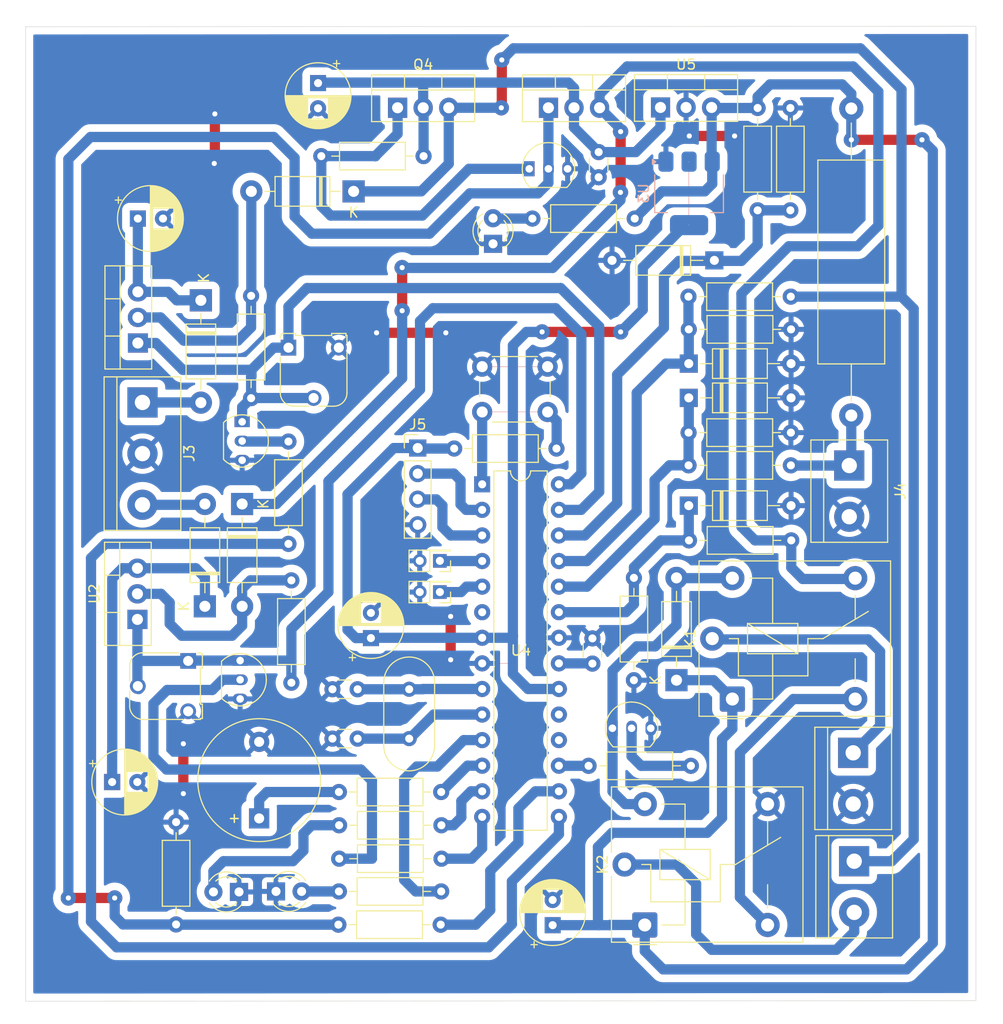
<source format=kicad_pcb>
(kicad_pcb (version 20240108) (generator "pcbnew") (generator_version "8.0")
  (layers (0 "F.Cu" signal) (31 "B.Cu" signal) (34 "B.Paste" user) (35 "F.Paste" user) (36 "B.SilkS" user "B.Silkscreen") (37 "F.SilkS" user "F.Silkscreen") (38 "B.Mask" user) (39 "F.Mask" user) (44 "Edge.Cuts" user))
  (net 0 "")
  (net 1 "Net-(BZ1-+)")
  (net 2 "GND")
  (net 3 "Net-(D1-K)")
  (net 4 "Net-(D3-K)")
  (net 5 "Net-(Q4-D)")
  (net 6 "+5V")
  (net 7 "Net-(U4-AREF)")
  (net 8 "Net-(U4-XTAL1{slash}PB6)")
  (net 9 "Net-(U4-XTAL2{slash}PB7)")
  (net 10 "Net-(D12-A)")
  (net 11 "Net-(D1-A)")
  (net 12 "Net-(D2-A)")
  (net 13 "+BATT 1")
  (net 14 "Net-(D3-A)")
  (net 15 "Net-(D4-A)")
  (net 16 "+BATT 2")
  (net 17 "+12V")
  (net 18 "Net-(D5-A)")
  (net 19 "/battery1_volt")
  (net 20 "/battery2_volt")
  (net 21 "Net-(D8-A)")
  (net 22 "/out_volt")
  (net 23 "Net-(D10-A)")
  (net 24 "/output_volt")
  (net 25 "Net-(J1-Pin_1)")
  (net 26 "Net-(J2-Pin_2)")
  (net 27 "/Rx")
  (net 28 "/Tx")
  (net 29 "Net-(K1-Pad14)")
  (net 30 "Net-(Q1-B)")
  (net 31 "/source1_volt")
  (net 32 "Net-(Q2-B)")
  (net 33 "/source2_volt")
  (net 34 "Net-(Q3-B)")
  (net 35 "Net-(Q4-G)")
  (net 36 "Net-(Q5-B)")
  (net 37 "/charge1")
  (net 38 "/charge2")
  (net 39 "/battery_conn")
  (net 40 "/selector")
  (net 41 "Net-(SW1A-C)")
  (net 42 "Net-(U4-PD6)")
  (net 43 "Net-(U4-PD7)")
  (net 44 "Net-(U4-PD2)")
  (net 45 "Net-(U4-PD3)")
  (net 49 "Net-(J4-Pin_1)")
  (net 50 "Net-(U4-PD5)")
  (footprint "Package_TO_SOT_THT:TO-92_Inline" (layer "F.Cu") (at 165.6 117.9)
    (property "Reference" "Q3" (hide yes))
    (property "Value" "BC547")
  )
  (footprint "Connector_PinHeader_2.00mm:PinHeader_2x01_P2.00mm_Vertical" (layer "F.Cu") (at 147.83 101.28 180)
    (property "Reference" "SW2" (hide yes))
    (property "Value" "SW_Push" (hide yes))
  )
  (footprint "Resistor_THT:R_Axial_DIN0207_L6.3mm_D2.5mm_P10.16mm_Horizontal" (layer "F.Cu") (at 182.64 66.48 90)
    (property "Reference" "R4" (hide yes))
    (property "Value" "6.8M")
  )
  (footprint "Button_Switch_THT:SW_PUSH_6mm_H4.3mm" (layer "F.Cu") (at 158.53 86.5 180)
    (property "Reference" "SW1" (hide yes))
    (property "Value" "Reset")
  )
  (footprint "Resistor_THT:R_Axial_DIN0207_L6.3mm_D2.5mm_P10.16mm_Horizontal" (layer "F.Cu") (at 133.08 103.22 -90)
    (property "Reference" "R5" (hide yes))
    (property "Value" "10k")
  )
  (footprint "Resistor_THT:R_Axial_DIN0207_L6.3mm_D2.5mm_P10.16mm_Horizontal" (layer "F.Cu") (at 121.63 137.38 90)
    (property "Reference" "R14" (hide yes))
    (property "Value" "10k")
  )
  (footprint "Capacitor_THT:CP_Radial_D6.3mm_P2.50mm" (layer "F.Cu") (at 140.98 108.95 90)
    (property "Reference" "C4" (hide yes))
    (property "Value" "10uF")
  )
  (footprint "Resistor_THT:R_Axial_DIN0207_L6.3mm_D2.5mm_P10.16mm_Horizontal" (layer "F.Cu") (at 167.18 67.3 180)
    (property "Reference" "R15" (hide yes))
    (property "Value" "1k")
  )
  (footprint "Potentiometer_THT:Potentiometer_Runtron_RM-065_Vertical" (layer "F.Cu") (at 122.83 111.215 -90)
    (property "Reference" "RV2" (hide yes))
    (property "Value" "10k")
  )
  (footprint "Resistor_THT:R_Axial_DIN0207_L6.3mm_D2.5mm_P10.16mm_Horizontal" (layer "F.Cu") (at 182.69 91.8 180)
    (property "Reference" "R19" (hide yes))
    (property "Value" "10M")
  )
  (footprint "Buzzer_Beeper:Buzzer_12x9.5RM7.6" (layer "F.Cu") (at 129.88 126.85 90)
    (property "Reference" "BZ1" (hide yes))
    (property "Value" "Buzzer")
  )
  (footprint "Potentiometer_THT:Potentiometer_Runtron_RM-065_Vertical" (layer "F.Cu") (at 132.79 80.115)
    (property "Reference" "RV1" (hide yes))
    (property "Value" "10k")
  )
  (footprint "Connector_PinHeader_2.00mm:PinHeader_2x01_P2.00mm_Vertical" (layer "F.Cu") (at 147.83 104.38 180)
    (property "Reference" "SW3" (hide yes))
    (property "Value" "SW_Push" (hide yes))
  )
  (footprint "Crystal:Crystal_HC18-U_Vertical" (layer "F.Cu") (at 144.78 118.93 90)
    (property "Reference" "Y1" (hide yes))
    (property "Value" "16MHz")
  )
  (footprint "Resistor_THT:R_Axial_DIN0207_L6.3mm_D2.5mm_P10.16mm_Horizontal" (layer "F.Cu") (at 147.91 137.4 180)
    (property "Reference" "R13" (hide yes))
    (property "Value" "100")
  )
  (footprint "Resistor_THT:R_Axial_DIN0207_L6.3mm_D2.5mm_P10.16mm_Horizontal" (layer "F.Cu") (at 159.41 90.13 180)
    (property "Reference" "R16" (hide yes))
    (property "Value" "10k")
  )
  (footprint "Resistor_THT:R_Axial_DIN0207_L6.3mm_D2.5mm_P10.16mm_Horizontal" (layer "F.Cu") (at 129.08 74.97 -90)
    (property "Reference" "R1" (hide yes))
    (property "Value" "10k")
  )
  (footprint "Package_TO_SOT_THT:TO-220-3_Vertical" (layer "F.Cu") (at 143.63 56.3)
    (property "Reference" "Q4")
    (property "Value" "IRF9540N")
  )
  (footprint "Diode_THT:D_A-405_P10.16mm_Horizontal" (layer "F.Cu") (at 172.55 85.1)
    (property "Reference" "D11" (hide yes))
    (property "Value" "1N4733A")
  )
  (footprint "Resistor_THT:R_Axial_DIN0207_L6.3mm_D2.5mm_P10.16mm_Horizontal" (layer "F.Cu") (at 172.53 88.55)
    (property "Reference" "R20" (hide yes))
    (property "Value" "6.8M")
  )
  (footprint "Diode_THT:D_A-405_P10.16mm_Horizontal" (layer "F.Cu") (at 172.55 81.7)
    (property "Reference" "D6" (hide yes))
    (property "Value" "1N4733A")
  )
  (footprint "Diode_THT:D_DO-41_SOD81_P10.16mm_Horizontal" (layer "F.Cu") (at 171.33 113.13 90)
    (property "Reference" "D5" (hide yes))
    (property "Value" "1N4001")
  )
  (footprint "Capacitor_THT:CP_Radial_D6.3mm_P2.50mm" (layer "F.Cu") (at 117.83 67.3)
    (property "Reference" "C1" (hide yes))
    (property "Value" "220uF")
  )
  (footprint "Diode_THT:D_A-405_P10.16mm_Horizontal" (layer "F.Cu") (at 175.09 71.45 180)
    (property "Reference" "D9" (hide yes))
    (property "Value" "1N4733A")
  )
  (footprint "Resistor_THT:R_Axial_DIN0207_L6.3mm_D2.5mm_P10.16mm_Horizontal" (layer "F.Cu") (at 172.55 78.3)
    (property "Reference" "R9" (hide yes))
    (property "Value" "5M")
  )
  (footprint "LED_THT:LED_D3.0mm_Clear" (layer "F.Cu") (at 127.88 134.15 180)
    (property "Reference" "D10" (hide yes))
    (property "Value" "Green")
  )
  (footprint "Diode_THT:D_A-405_P10.16mm_Horizontal" (layer "F.Cu") (at 172.55 95.8)
    (property "Reference" "D7" (hide yes))
    (property "Value" "1N4733A")
  )
  (footprint "Diode_THT:D_DO-41_SOD81_P10.16mm_Horizontal" (layer "F.Cu") (at 139.26 64.6 180)
    (property "Reference" "D2" (hide yes))
    (property "Value" "1N4001")
  )
  (footprint "TerminalBlock:TerminalBlock_bornier-2_P5.08mm" (layer "F.Cu") (at 188.49 91.82 -90)
    (property "Reference" "J4")
    (property "Value" "OUTPUT")
  )
  (footprint "Capacitor_THT:C_Disc_D3.0mm_W1.6mm_P2.50mm" (layer "F.Cu") (at 139.66 118.93 180)
    (property "Reference" "C8" (hide yes))
    (property "Value" "22pF")
  )
  (footprint "Resistor_THT:R_Axial_Power_L20.0mm_W6.4mm_P30.48mm" (layer "F.Cu") (at 188.69 56.37 -90)
    (property "Reference" "R21" (hide yes))
    (property "Value" "1")
  )
  (footprint "LED_THT:LED_D3.0mm_Clear" (layer "F.Cu") (at 131.555 134.1)
    (property "Reference" "D12" (hide yes))
    (property "Value" "Blue")
  )
  (footprint "Package_TO_SOT_THT:TO-92_Inline" (layer "F.Cu") (at 157.34 62.36)
    (property "Reference" "Q5" (hide yes))
    (property "Value" "BC547")
  )
  (footprint "Resistor_THT:R_Axial_DIN0207_L6.3mm_D2.5mm_P10.16mm_Horizontal" (layer "F.Cu") (at 147.98 127.53 180)
    (property "Reference" "R18" (hide yes))
    (property "Value" "220")
  )
  (footprint "Diode_THT:D_DO-41_SOD81_P10.16mm_Horizontal" (layer "F.Cu") (at 124.09 75.415 -90)
    (property "Reference" "D1" (hide yes))
    (property "Value" "1N4001")
  )
  (footprint "Resistor_THT:R_Axial_DIN0207_L6.3mm_D2.5mm_P10.16mm_Horizontal" (layer "F.Cu") (at 172.76 121.63 180)
    (property "Reference" "R7" (hide yes))
    (property "Value" "13k")
  )
  (footprint "Package_TO_SOT_THT:TO-220-3_Vertical" (layer "F.Cu") (at 117.79 107.095 90)
    (property "Reference" "U2")
    (property "Value" "LM317_TO-220")
  )
  (footprint "Package_TO_SOT_THT:TO-92_Inline" (layer "F.Cu") (at 128.19 88.115 -90)
    (property "Reference" "Q1" (hide yes))
    (property "Value" "BC547")
  )
  (footprint "Package_TO_SOT_THT:TO-220-3_Vertical" (layer "F.Cu") (at 117.835 79.655 90)
    (property "Reference" "U1" (hide yes))
    (property "Value" "LM317_TO-220")
  )
  (footprint "Package_TO_SOT_THT:TO-220-3_Vertical" (layer "F.Cu") (at 158.61 56.3)
    (property "Reference" "Q6" (hide yes))
    (property "Value" "IRF9540N")
  )
  (footprint "Resistor_THT:R_Axial_DIN0207_L6.3mm_D2.5mm_P10.16mm_Horizontal" (layer "F.Cu") (at 179.39 56.32 -90)
    (property "Reference" "R2" (hide yes))
    (property "Value" "10M")
  )
  (footprint "Capacitor_THT:CP_Radial_D6.3mm_P2.50mm" (layer "F.Cu") (at 135.73 53.85 -90)
    (property "Reference" "C3" (hide yes))
    (property "Value" "2200uF")
  )
  (footprint "Resistor_THT:R_Axial_DIN0207_L6.3mm_D2.5mm_P10.16mm_Horizontal" (layer "F.Cu") (at 182.68 75.05 180)
    (property "Reference" "R8" (hide yes))
    (property "Value" "10M")
  )
  (footprint "Package_TO_SOT_THT:TO-92_Inline" (layer "F.Cu") (at 127.99 111.815 -90)
    (property "Reference" "Q2" (hide yes))
    (property "Value" "BC547")
  )
  (footprint "Capacitor_THT:C_Disc_D3.0mm_W1.6mm_P2.50mm" (layer "F.Cu") (at 162.98 111.48 90)
    (property "Reference" "C6" (hide yes))
    (property "Value" "100nF")
  )
  (footprint "Package_TO_SOT_THT:TO-220-3_Vertical" (layer "F.Cu") (at 169.74 56.27)
    (property "Reference" "U5")
    (property "Value" "LM7812")
  )
  (footprint "Relay_THT:Relay_SPDT_Finder_36.11" (layer "F.Cu") (at 176.88 115 90)
    (property "Reference" "K1")
    (property "Value" "Relay")
  )
  (footprint "Diode_THT:D_DO-41_SOD81_P10.16mm_Horizontal" (layer "F.Cu") (at 124.49 105.795 90)
    (property "Reference" "D3" (hide yes))
    (property "Value" "1N4001")
  )
  (footprint "Capacitor_THT:CP_Radial_D6.3mm_P2.50mm" (layer "F.Cu") (at 159.03 137.45 90)
    (property "Reference" "C9" (hide yes))
    (property "Value" "100uF")
  )
  (footprint "Resistor_THT:R_Axial_DIN0207_L6.3mm_D2.5mm_P10.16mm_Horizontal" (layer "F.Cu") (at 137.83 130.85)
    (property "Reference" "R6" (hide yes))
    (property "Value" "4.3M")
  )
  (footprint "TerminalBlock:TerminalBlock_bornier-3_P5.08mm" (layer "F.Cu") (at 118.29 85.555 -90)
    (property "Reference" "J3")
    (property "Value" "Sources")
  )
  (footprint "Resistor_THT:R_Axial_DIN0207_L6.3mm_D2.5mm_P10.16mm_Horizontal" (layer "F.Cu") (at 132.79 89.435 -90)
    (property "Reference" "R3" (hide yes))
    (property "Value" "4.3M")
  )
  (footprint "Capacitor_THT:C_Disc_D3.0mm_W1.6mm_P2.50mm" (layer "F.Cu") (at 139.66 114.03 180)
    (property "Reference" "C7" (hide yes))
    (property "Value" "22pF")
  )
  (footprint "Relay_THT:Relay_SPDT_Finder_36.11" (layer "F.Cu") (at 168.18 137.43 90)
    (property "Reference" "K2")
    (property "Value" "Relay")
  )
  (footprint "Capacitor_THT:CP_Radial_D6.3mm_P2.50mm" (layer "F.Cu") (at 115.277621 123.24)
    (property "Reference" "C2" (hide yes))
    (property "Value" "220uF")
  )
  (footprint "Connector_PinHeader_2.54mm:PinHeader_1x04_P2.54mm_Vertical" (layer "F.Cu") (at 145.63 90.08)
    (property "Reference" "J5")
    (property "Value" "Programmer")
  )
  (footprint "LED_THT:LED_D3.0mm_Clear" (layer "F.Cu") (at 153.11 69.805 90)
    (property "Reference" "D8" (hide yes))
    (property "Value" "Red")
  )
  (footprint "Resistor_THT:R_Axial_DIN0207_L6.3mm_D2.5mm_P10.16mm_Horizontal" (layer "F.Cu") (at 167.1 102.97 -90)
    (property "Reference" "R11" (hide yes))
    (property "Value" "5M")
  )
  (footprint "Diode_THT:D_DO-41_SOD81_P10.16mm_Horizontal" (layer "F.Cu") (at 128.19 95.635 -90)
    (property "Reference" "D4" (hide yes))
    (property "Value" "1N4001")
  )
  (footprint "Resistor_THT:R_Axial_DIN0207_L6.3mm_D2.5mm_P10.16mm_Horizontal" (layer "F.Cu") (at 147.96 124.23 180)
    (property "Reference" "R17" (hide yes))
    (property "Value" "100")
  )
  (footprint "Resistor_THT:R_Axial_DIN0207_L6.3mm_D2.5mm_P10.16mm_Horizontal" (layer "F.Cu") (at 147.96 134.1 180)
    (property "Reference" "R22" (hide yes))
    (property "Value" "220")
  )
  (footprint "TerminalBlock:TerminalBlock_bornier-2_P5.08mm" (layer "F.Cu") (at 188.88 120.34 -90)
    (property "Reference" "J1" (hide yes))
    (property "Value" "Battery 2")
  )
  (footprint "TerminalBlock:TerminalBlock_bornier-2_P5.08mm" (layer "F.Cu") (at 188.98 131.1 -90)
    (property "Reference" "J2" (hide yes))
    (property "Value" "Battery 1")
  )
  (footprint "Resistor_THT:R_Axial_DIN0207_L6.3mm_D2.5mm_P10.16mm_Horizontal" (layer "F.Cu") (at 136.05 61.1)
    (property "Reference" "R12" (hide yes))
    (property "Value" "10k")
  )
  (footprint "Package_DIP:DIP-28_W7.62mm" (layer "F.Cu") (at 152.03 93.68)
    (property "Reference" "U4")
    (property "Value" "ATmega328P-P")
  )
  (footprint "Resistor_THT:R_Axial_DIN0207_L6.3mm_D2.5mm_P10.16mm_Horizontal" (layer "F.Cu") (at 182.73 99.25 180)
    (property "Reference" "R10" (hide yes))
    (property "Value" "10M")
  )
  (footprint "Capacitor_THT:C_Disc_D3.0mm_W1.6mm_P2.50mm" (layer "F.Cu") (at 163.6 63.2 90)
    (property "Reference" "C5" (hide yes))
    (property "Value" "100nF")
  )
  (footprint "Package_TO_SOT_SMD:SOT-223-3_TabPin2" (layer "B.Cu") (at 172.58 64.8 -90)
    (property "Reference" "U3")
    (property "Value" "AMS1117-5.0")
  )
  (gr_line (start 106.68 48.26) (end 201.07 48.21) (stroke (width 0.05)) (layer "Edge.Cuts"))
  (gr_line (start 106.68 145) (end 106.68 48.26) (stroke (width 0.05)) (layer "Edge.Cuts"))
  (gr_line (start 201.07 144.95) (end 106.68 145) (stroke (width 0.05)) (layer "Edge.Cuts"))
  (gr_line (start 201.07 48.21) (end 201.07 144.95) (stroke (width 0.05)) (layer "Edge.Cuts"))
  (segment (start 129.88 125) (end 129.88 126.85) (width 1.016) (layer "B.Cu") (net 1))
  (segment (start 130.65 124.23) (end 129.88 125) (width 1.016) (layer "B.Cu") (net 1))
  (segment (start 137.8 124.23) (end 130.65 124.23) (width 1.016) (layer "B.Cu") (net 1))
  (segment (start 125.48 61.77) (end 125.42 61.83) (width 1.016) (layer "F.Cu") (net 2))
  (segment (start 122.35 119.44) (end 122.35 124.39) (width 1.016) (layer "F.Cu") (net 2))
  (segment (start 158.53 82) (end 152.03 82) (width 0.0254) (layer "F.Cu") (net 2))
  (segment (start 157.29 108.92) (end 159.65 108.92) (width 0.0254) (layer "F.Cu") (net 2))
  (segment (start 125.48 56.91) (end 125.48 61.77) (width 1.016) (layer "F.Cu") (net 2))
  (segment (start 148.42 78.64) (end 141.54 78.64) (width 1.016) (layer "F.Cu") (net 2))
  (segment (start 152.03 111.46) (end 154.75 111.46) (width 0.0254) (layer "F.Cu") (net 2))
  (segment (start 154.75 111.46) (end 157.29 108.92) (width 0.0254) (layer "F.Cu") (net 2))
  (segment (start 177.1 59.1) (end 172.6 59.1) (width 1.016) (layer "F.Cu") (net 2))
  (segment (start 148.9 106.8) (end 148.9 111.1) (width 1.016) (layer "F.Cu") (net 2))
  (via (at 148.9 111.1) (size 1.524) (drill 0.508) (layers "F.Cu" "B.Cu") (net 2))
  (via (at 122.35 119.44) (size 1.524) (drill 0.508) (layers "F.Cu" "B.Cu") (net 2))
  (via (at 122.35 124.39) (size 1.524) (drill 0.508) (layers "F.Cu" "B.Cu") (net 2))
  (via (at 125.42 61.83) (size 1.524) (drill 0.508) (layers "F.Cu" "B.Cu") (net 2))
  (via (at 125.48 56.91) (size 1.524) (drill 0.508) (layers "F.Cu" "B.Cu") (net 2))
  (via (at 148.42 78.64) (size 1.524) (drill 0.508) (layers "F.Cu" "B.Cu") (net 2))
  (via (at 141.54 78.64) (size 1.524) (drill 0.508) (layers "F.Cu" "B.Cu") (net 2))
  (via (at 177.1 59.1) (size 1.524) (drill 0.508) (layers "F.Cu" "B.Cu") (net 2))
  (via (at 148.9 106.8) (size 1.524) (drill 0.508) (layers "F.Cu" "B.Cu") (net 2))
  (via (at 172.6 59.1) (size 1.524) (drill 0.508) (layers "F.Cu" "B.Cu") (net 2))
  (segment (start 117.835 74.575) (end 120.85 74.575) (width 1.016) (layer "B.Cu") (net 3))
  (segment (start 121.69 75.415) (end 124.09 75.415) (width 1.016) (layer "B.Cu") (net 3))
  (segment (start 120.85 74.575) (end 121.69 75.415) (width 1.016) (layer "B.Cu") (net 3))
  (segment (start 117.83 74.57) (end 117.835 74.575) (width 1.016) (layer "B.Cu") (net 3))
  (segment (start 117.83 67.3) (end 117.83 74.57) (width 1.016) (layer "B.Cu") (net 3))
  (segment (start 115.277621 120.227379) (end 115.277621 123.24) (width 1.016) (layer "B.Cu") (net 4))
  (segment (start 115.29 120.215) (end 115.277621 120.227379) (width 1.016) (layer "B.Cu") (net 4))
  (segment (start 116.29 102.015) (end 115.29 103.015) (width 1.016) (layer "B.Cu") (net 4))
  (segment (start 115.29 103.015) (end 115.29 120.215) (width 1.016) (layer "B.Cu") (net 4))
  (segment (start 123.59 102.015) (end 124.49 102.915) (width 1.016) (layer "B.Cu") (net 4))
  (segment (start 124.49 102.915) (end 124.49 105.795) (width 1.016) (layer "B.Cu") (net 4))
  (segment (start 117.79 102.015) (end 116.29 102.015) (width 1.016) (layer "B.Cu") (net 4))
  (segment (start 117.79 102.015) (end 123.59 102.015) (width 1.016) (layer "B.Cu") (net 4))
  (segment (start 160.6025 53.8) (end 161.15 54.3475) (width 1.016) (layer "B.Cu") (net 5))
  (segment (start 146.17 53.84) (end 146.13 53.8) (width 1.016) (layer "B.Cu") (net 5))
  (segment (start 146.17 56.3) (end 146.17 53.84) (width 1.016) (layer "B.Cu") (net 5))
  (segment (start 147.21 53.8) (end 160.6025 53.8) (width 1.016) (layer "B.Cu") (net 5))
  (segment (start 161.15 58.25) (end 163.6 60.7) (width 1.016) (layer "B.Cu") (net 5))
  (segment (start 169.74 58.24) (end 169.74 56.27) (width 1.016) (layer "B.Cu") (net 5))
  (segment (start 167.28 60.7) (end 169.74 58.24) (width 1.016) (layer "B.Cu") (net 5))
  (segment (start 135.78 53.8) (end 135.73 53.85) (width 1.016) (layer "B.Cu") (net 5))
  (segment (start 146.21 61.1) (end 146.21 56.34) (width 1.016) (layer "B.Cu") (net 5))
  (segment (start 146.227621 61.117621) (end 146.21 61.1) (width 1.016) (layer "B.Cu") (net 5))
  (segment (start 163.6 60.7) (end 167.28 60.7) (width 1.016) (layer "B.Cu") (net 5))
  (segment (start 161.15 56.3) (end 161.15 58.25) (width 1.016) (layer "B.Cu") (net 5))
  (segment (start 147.21 53.8) (end 135.78 53.8) (width 1.016) (layer "B.Cu") (net 5))
  (segment (start 146.21 56.34) (end 146.17 56.3) (width 1.016) (layer "B.Cu") (net 5))
  (segment (start 161.15 54.3475) (end 161.15 56.3) (width 1.016) (layer "B.Cu") (net 5))
  (segment (start 157.98 78.55) (end 165.78 78.55) (width 1.016) (layer "F.Cu") (net 6))
  (segment (start 172.56 61.66) (end 172.56 67.94) (width 0.0254) (layer "F.Cu") (net 6))
  (via (at 172.56 61.66) (size 0.1524) (drill 0.0508) (layers "F.Cu" "B.Cu") (net 6))
  (via (at 165.78 78.55) (size 1.524) (drill 0.508) (layers "F.Cu" "B.Cu") (net 6))
  (via (at 172.56 67.94) (size 0.1524) (drill 0.0508) (layers "F.Cu" "B.Cu") (net 6))
  (via (at 157.98 78.55) (size 1.524) (drill 0.508) (layers "F.Cu" "B.Cu") (net 6))
  (segment (start 139.48 108.95) (end 140.98 108.95) (width 1.016) (layer "B.Cu") (net 6))
  (segment (start 155.08 112.5) (end 155.08 108.75) (width 1.016) (layer "B.Cu") (net 6))
  (segment (start 172.56 67.94) (end 172.57 67.95) (width 1.016) (layer "B.Cu") (net 6))
  (segment (start 138.66 94.67) (end 138.66 108.13) (width 1.016) (layer "B.Cu") (net 6))
  (segment (start 145.63 90.08) (end 143.25 90.08) (width 1.016) (layer "B.Cu") (net 6))
  (segment (start 143.25 90.08) (end 138.66 94.67) (width 1.016) (layer "B.Cu") (net 6))
  (segment (start 172.55 67.95) (end 172.56 67.94) (width 1.016) (layer "B.Cu") (net 6))
  (segment (start 152.03 108.92) (end 154.91 108.92) (width 1.016) (layer "B.Cu") (net 6))
  (segment (start 141.01 108.92) (end 140.98 108.95) (width 1.016) (layer "B.Cu") (net 6))
  (segment (start 167.98 76.35) (end 167.98 72.15) (width 1.016) (layer "B.Cu") (net 6))
  (segment (start 156.43 78.55) (end 157.98 78.55) (width 1.016) (layer "B.Cu") (net 6))
  (segment (start 138.66 108.13) (end 139.48 108.95) (width 1.016) (layer "B.Cu") (net 6))
  (segment (start 165.78 78.55) (end 167.98 76.35) (width 1.016) (layer "B.Cu") (net 6))
  (segment (start 145.68 90.13) (end 145.63 90.08) (width 1.016) (layer "B.Cu") (net 6))
  (segment (start 172.57 67.95) (end 172.58 67.95) (width 1.016) (layer "B.Cu") (net 6))
  (segment (start 152.03 108.92) (end 141.01 108.92) (width 1.016) (layer "B.Cu") (net 6))
  (segment (start 149.25 90.13) (end 145.68 90.13) (width 1.016) (layer "B.Cu") (net 6))
  (segment (start 156.58 114) (end 155.08 112.5) (width 1.016) (layer "B.Cu") (net 6))
  (segment (start 159.65 114) (end 156.58 114) (width 1.016) (layer "B.Cu") (net 6))
  (segment (start 155.08 108.75) (end 155.08 79.9) (width 1.016) (layer "B.Cu") (net 6))
  (segment (start 172.18 67.95) (end 172.55 67.95) (width 1.016) (layer "B.Cu") (net 6))
  (segment (start 154.91 108.92) (end 155.08 108.75) (width 1.016) (layer "B.Cu") (net 6))
  (segment (start 155.08 79.9) (end 156.43 78.55) (width 1.016) (layer "B.Cu") (net 6))
  (segment (start 167.98 72.15) (end 172.18 67.95) (width 1.016) (layer "B.Cu") (net 6))
  (segment (start 162.96 111.46) (end 162.98 111.48) (width 1.016) (layer "B.Cu") (net 7))
  (segment (start 159.65 111.46) (end 162.96 111.46) (width 1.016) (layer "B.Cu") (net 7))
  (segment (start 146.13 114.03) (end 139.66 114.03) (width 1.016) (layer "B.Cu") (net 8))
  (segment (start 146.16 114) (end 146.13 114.03) (width 1.016) (layer "B.Cu") (net 8))
  (segment (start 152.03 114) (end 146.16 114) (width 1.016) (layer "B.Cu") (net 8))
  (segment (start 144.83 118.93) (end 139.66 118.93) (width 1.016) (layer "B.Cu") (net 9))
  (segment (start 152.03 116.54) (end 147.22 116.54) (width 1.016) (layer "B.Cu") (net 9))
  (segment (start 147.22 116.54) (end 144.83 118.93) (width 1.016) (layer "B.Cu") (net 9))
  (segment (start 137.8 134.1) (end 134.095 134.1) (width 1.016) (layer "B.Cu") (net 10))
  (segment (start 118.29 85.555) (end 124.07 85.555) (width 1.016) (layer "B.Cu") (net 11))
  (segment (start 124.07 85.555) (end 124.09 85.575) (width 1.016) (layer "B.Cu") (net 11))
  (segment (start 129.1 64.6) (end 129.1 74.95) (width 1.016) (layer "B.Cu") (net 12))
  (segment (start 122.39 79.415) (end 127.765 79.415) (width 1.016) (layer "B.Cu") (net 12))
  (segment (start 129.1 74.95) (end 129.08 74.97) (width 1.016) (layer "B.Cu") (net 12))
  (segment (start 117.835 77.115) (end 120.09 77.115) (width 1.016) (layer "B.Cu") (net 12))
  (segment (start 127.765 79.415) (end 129.08 78.1) (width 1.016) (layer "B.Cu") (net 12))
  (segment (start 129.08 78.1) (end 129.08 74.97) (width 1.016) (layer "B.Cu") (net 12))
  (segment (start 120.09 77.115) (end 122.39 79.415) (width 1.016) (layer "B.Cu") (net 12))
  (segment (start 153.98 51.55) (end 153.98 56.25) (width 1.016) (layer "F.Cu") (net 13))
  (segment (start 153.98 56.25) (end 153.93 56.3) (width 1.016) (layer "F.Cu") (net 13))
  (via (at 153.93 56.3) (size 1.524) (drill 0.508) (layers "F.Cu" "B.Cu") (net 13))
  (via (at 153.98 51.55) (size 1.524) (drill 0.508) (layers "F.Cu" "B.Cu") (net 13))
  (segment (start 193.68 54.485528) (end 189.594472 50.4) (width 1.016) (layer "B.Cu") (net 13))
  (segment (start 192.71 131.1) (end 194.89 128.92) (width 1.016) (layer "B.Cu") (net 13))
  (segment (start 153.93 56.3) (end 148.71 56.3) (width 1.016) (layer "B.Cu") (net 13))
  (segment (start 153.98 51.55) (end 153.93 51.6) (width 1.016) (layer "B.Cu") (net 13))
  (segment (start 155.13 50.4) (end 153.98 51.55) (width 1.016) (layer "B.Cu") (net 13))
  (segment (start 193.68 75.05) (end 193.68 54.485528) (width 1.016) (layer "B.Cu") (net 13))
  (segment (start 188.98 131.1) (end 192.71 131.1) (width 1.016) (layer "B.Cu") (net 13))
  (segment (start 182.68 75.05) (end 193.68 75.05) (width 1.016) (layer "B.Cu") (net 13))
  (segment (start 148.71 61.86) (end 145.97 64.6) (width 1.016) (layer "B.Cu") (net 13))
  (segment (start 194.89 128.92) (end 194.89 76.26) (width 1.016) (layer "B.Cu") (net 13))
  (segment (start 194.89 76.26) (end 193.68 75.05) (width 1.016) (layer "B.Cu") (net 13))
  (segment (start 148.71 56.3) (end 148.71 61.86) (width 1.016) (layer "B.Cu") (net 13))
  (segment (start 145.97 64.6) (end 139.26 64.6) (width 1.016) (layer "B.Cu") (net 13))
  (segment (start 189.594472 50.4) (end 155.13 50.4) (width 1.016) (layer "B.Cu") (net 13))
  (segment (start 148.73 56.32) (end 148.71 56.3) (width 1.016) (layer "B.Cu") (net 13))
  (segment (start 124.41 95.715) (end 124.49 95.635) (width 1.016) (layer "B.Cu") (net 14))
  (segment (start 118.29 95.715) (end 124.41 95.715) (width 1.016) (layer "B.Cu") (net 14))
  (segment (start 127.19 108.715) (end 128.19 107.715) (width 1.016) (layer "B.Cu") (net 15))
  (segment (start 133.08 103.22) (end 129.01 103.22) (width 1.016) (layer "B.Cu") (net 15))
  (segment (start 120.99 107.515) (end 122.19 108.715) (width 1.016) (layer "B.Cu") (net 15))
  (segment (start 122.19 108.715) (end 127.19 108.715) (width 1.016) (layer "B.Cu") (net 15))
  (segment (start 120.13 104.555) (end 120.99 105.415) (width 1.016) (layer "B.Cu") (net 15))
  (segment (start 117.79 104.555) (end 120.13 104.555) (width 1.016) (layer "B.Cu") (net 15))
  (segment (start 128.19 107.715) (end 128.19 105.795) (width 1.016) (layer "B.Cu") (net 15))
  (segment (start 120.99 105.415) (end 120.99 107.515) (width 1.016) (layer "B.Cu") (net 15))
  (segment (start 128.19 104.06) (end 128.19 105.795) (width 1.016) (layer "B.Cu") (net 15))
  (segment (start 128.18 104.05) (end 128.19 104.06) (width 1.016) (layer "B.Cu") (net 15))
  (segment (start 129.01 103.22) (end 128.18 104.05) (width 1.016) (layer "B.Cu") (net 15))
  (segment (start 165.78 64.684986) (end 165.764986 64.7) (width 1.016) (layer "F.Cu") (net 16))
  (segment (start 144.08 72.168) (end 144.08 76.45) (width 1.016) (layer "F.Cu") (net 16))
  (segment (start 165.78 58.668) (end 165.78 64.684986) (width 1.016) (layer "F.Cu") (net 16))
  (via (at 165.78 58.668) (size 1.524) (drill 0.508) (layers "F.Cu" "B.Cu") (net 16))
  (via (at 165.764986 64.7) (size 1.524) (drill 0.508) (layers "F.Cu" "B.Cu") (net 16))
  (via (at 144.08 76.45) (size 1.524) (drill 0.508) (layers "F.Cu" "B.Cu") (net 16))
  (via (at 144.08 72.168) (size 1.524) (drill 0.508) (layers "F.Cu" "B.Cu") (net 16))
  (segment (start 188.88 52.2) (end 166.43 52.2) (width 1.016) (layer "B.Cu") (net 16))
  (segment (start 188.13 103.08) (end 183.86 103.08) (width 1.016) (layer "B.Cu") (net 16))
  (segment (start 165.764986 65.465014) (end 159.03 72.2) (width 1.016) (layer "B.Cu") (net 16))
  (segment (start 183.86 103.08) (end 182.73 101.95) (width 1.016) (layer "B.Cu") (net 16))
  (segment (start 163.69 54.94) (end 163.69 56.3) (width 1.016) (layer "B.Cu") (net 16))
  (segment (start 131.595 95.635) (end 128.19 95.635) (width 1.016) (layer "B.Cu") (net 16))
  (segment (start 191.38 54.7) (end 188.88 52.2) (width 1.016) (layer "B.Cu") (net 16))
  (segment (start 182.73 99.25) (end 179.13 99.25) (width 1.016) (layer "B.Cu") (net 16))
  (segment (start 182.73 101.95) (end 182.73 99.25) (width 1.016) (layer "B.Cu") (net 16))
  (segment (start 144.08 76.45) (end 144.08 83.15) (width 1.016) (layer "B.Cu") (net 16))
  (segment (start 191.38 68) (end 191.38 54.7) (width 1.016) (layer "B.Cu") (net 16))
  (segment (start 179.13 99.25) (end 177.78 97.9) (width 1.016) (layer "B.Cu") (net 16))
  (segment (start 166.43 52.2) (end 163.69 54.94) (width 1.016) (layer "B.Cu") (net 16))
  (segment (start 144.08 83.15) (end 131.595 95.635) (width 1.016) (layer "B.Cu") (net 16))
  (segment (start 189.33 70.05) (end 191.38 68) (width 1.016) (layer "B.Cu") (net 16))
  (segment (start 177.78 74.75) (end 182.48 70.05) (width 1.016) (layer "B.Cu") (net 16))
  (segment (start 165.78 58.668) (end 165.78 58.39) (width 1.016) (layer "B.Cu") (net 16))
  (segment (start 177.78 97.9) (end 177.78 74.75) (width 1.016) (layer "B.Cu") (net 16))
  (segment (start 159.03 72.2) (end 144.112 72.2) (width 1.016) (layer "B.Cu") (net 16))
  (segment (start 165.764986 64.7) (end 165.764986 65.465014) (width 1.016) (layer "B.Cu") (net 16))
  (segment (start 165.78 58.39) (end 163.69 56.3) (width 1.016) (layer "B.Cu") (net 16))
  (segment (start 144.112 72.2) (end 144.08 72.168) (width 1.016) (layer "B.Cu") (net 16))
  (segment (start 182.48 70.05) (end 189.33 70.05) (width 1.016) (layer "B.Cu") (net 16))
  (segment (start 195.712 59.48) (end 188.7 59.48) (width 1.016) (layer "F.Cu") (net 17))
  (via (at 195.712 59.48) (size 1.524) (drill 0.508) (layers "F.Cu" "B.Cu") (net 17))
  (via (at 188.7 59.48) (size 1.524) (drill 0.508) (layers "F.Cu" "B.Cu") (net 17))
  (segment (start 195.712 59.48) (end 196.79 60.558) (width 1.016) (layer "B.Cu") (net 17))
  (segment (start 174.82 56.27) (end 174.82 61.59) (width 1.016) (layer "B.Cu") (net 17))
  (segment (start 196.79 139.22) (end 194.17 141.84) (width 1.016) (layer "B.Cu") (net 17))
  (segment (start 164.71 137.45) (end 163.63 137.45) (width 1.016) (layer "B.Cu") (net 17))
  (segment (start 174.38 128.28) (end 164.93 128.28) (width 1.016) (layer "B.Cu") (net 17))
  (segment (start 196.79 60.558) (end 196.79 139.22) (width 1.016) (layer "B.Cu") (net 17))
  (segment (start 179.39 56.32) (end 179.39 55.21) (width 1.016) (layer "B.Cu") (net 17))
  (segment (start 174.82 61.59) (end 174.88 61.65) (width 1.016) (layer "B.Cu") (net 17))
  (segment (start 163.53 137.35) (end 163.63 137.45) (width 1.016) (layer "B.Cu") (net 17))
  (segment (start 174.88 63.85) (end 174.88 61.65) (width 1.016) (layer "B.Cu") (net 17))
  (segment (start 164.73 137.43) (end 164.71 137.45) (width 1.016) (layer "B.Cu") (net 17))
  (segment (start 187.778 53.978) (end 188.69 54.89) (width 1.016) (layer "B.Cu") (net 17))
  (segment (start 188.69 59.47) (end 188.7 59.48) (width 1.016) (layer "B.Cu") (net 17))
  (segment (start 176.88 117.95) (end 175.852 118.978) (width 1.016) (layer "B.Cu") (net 17))
  (segment (start 188.69 56.37) (end 188.69 59.47) (width 1.016) (layer "B.Cu") (net 17))
  (segment (start 180.622 53.978) (end 187.778 53.978) (width 1.016) (layer "B.Cu") (net 17))
  (segment (start 175.01 113.13) (end 176.88 115) (width 1.016) (layer "B.Cu") (net 17))
  (segment (start 188.69 54.89) (end 188.69 56.37) (width 1.016) (layer "B.Cu") (net 17))
  (segment (start 163.63 137.45) (end 159.03 137.45) (width 1.016) (layer "B.Cu") (net 17))
  (segment (start 167.18 67.3) (end 169.88 64.6) (width 1.016) (layer "B.Cu") (net 17))
  (segment (start 174.13 64.6) (end 174.88 63.85) (width 1.016) (layer "B.Cu") (net 17))
  (segment (start 174.87 56.32) (end 174.82 56.27) (width 1.016) (layer "B.Cu") (net 17))
  (segment (start 168.18 140.02) (end 168.18 137.43) (width 1.016) (layer "B.Cu") (net 17))
  (segment (start 164.73 137.43) (end 168.18 137.43) (width 1.016) (layer "B.Cu") (net 17))
  (segment (start 164.93 128.28) (end 163.53 129.68) (width 1.016) (layer "B.Cu") (net 17))
  (segment (start 175.852 126.808) (end 174.38 128.28) (width 1.016) (layer "B.Cu") (net 17))
  (segment (start 194.17 141.84) (end 170 141.84) (width 1.016) (layer "B.Cu") (net 17))
  (segment (start 175.852 118.978) (end 175.852 126.808) (width 1.016) (layer "B.Cu") (net 17))
  (segment (start 179.39 56.32) (end 174.87 56.32) (width 1.016) (layer "B.Cu") (net 17))
  (segment (start 171.33 113.13) (end 175.01 113.13) (width 1.016) (layer "B.Cu") (net 17))
  (segment (start 176.88 115) (end 176.88 117.95) (width 1.016) (layer "B.Cu") (net 17))
  (segment (start 169.88 64.6) (end 174.13 64.6) (width 1.016) (layer "B.Cu") (net 17))
  (segment (start 179.39 55.21) (end 180.622 53.978) (width 1.016) (layer "B.Cu") (net 17))
  (segment (start 163.53 129.68) (end 163.53 137.35) (width 1.016) (layer "B.Cu") (net 17))
  (segment (start 170 141.84) (end 168.18 140.02) (width 1.016) (layer "B.Cu") (net 17))
  (segment (start 171.33 102.97) (end 171.33 107.65) (width 1.016) (layer "B.Cu") (net 18))
  (segment (start 171.36 103) (end 171.33 102.97) (width 1.016) (layer "B.Cu") (net 18))
  (segment (start 176.88 103) (end 171.36 103) (width 1.016) (layer "B.Cu") (net 18))
  (segment (start 164.98 124.18) (end 166.23 125.43) (width 1.016) (layer "B.Cu") (net 18))
  (segment (start 166.23 125.43) (end 168.18 125.43) (width 1.016) (layer "B.Cu") (net 18))
  (segment (start 167.39 109.77) (end 164.98 112.18) (width 1.016) (layer "B.Cu") (net 18))
  (segment (start 171.33 107.65) (end 169.21 109.77) (width 1.016) (layer "B.Cu") (net 18))
  (segment (start 164.98 112.18) (end 164.98 124.18) (width 1.016) (layer "B.Cu") (net 18))
  (segment (start 169.21 109.77) (end 167.39 109.77) (width 1.016) (layer "B.Cu") (net 18))
  (segment (start 162.438105 101.3) (end 159.65 101.3) (width 1.016) (layer "B.Cu") (net 19))
  (segment (start 167.38 96.358105) (end 162.438105 101.3) (width 1.016) (layer "B.Cu") (net 19))
  (segment (start 167.38 84.6) (end 167.38 96.358105) (width 1.016) (layer "B.Cu") (net 19))
  (segment (start 170.28 81.7) (end 167.38 84.6) (width 1.016) (layer "B.Cu") (net 19))
  (segment (start 172.52 75.05) (end 172.52 78.27) (width 1.016) (layer "B.Cu") (net 19))
  (segment (start 172.55 78.3) (end 172.55 81.7) (width 1.016) (layer "B.Cu") (net 19))
  (segment (start 172.55 81.7) (end 170.28 81.7) (width 1.016) (layer "B.Cu") (net 19))
  (segment (start 172.52 78.27) (end 172.55 78.3) (width 1.016) (layer "B.Cu") (net 19))
  (segment (start 172.55 99.23) (end 172.57 99.25) (width 1.016) (layer "B.Cu") (net 20))
  (segment (start 159.65 106.38) (end 166.3 106.38) (width 1.016) (layer "B.Cu") (net 20))
  (segment (start 169.77 99.25) (end 172.57 99.25) (width 1.016) (layer "B.Cu") (net 20))
  (segment (start 166.3 106.38) (end 167.1 105.58) (width 1.016) (layer "B.Cu") (net 20))
  (segment (start 167.1 101.92) (end 169.77 99.25) (width 1.016) (layer "B.Cu") (net 20))
  (segment (start 167.1 105.58) (end 167.1 101.92) (width 1.016) (layer "B.Cu") (net 20))
  (segment (start 172.55 95.8) (end 172.55 99.23) (width 1.016) (layer "B.Cu") (net 20))
  (segment (start 153.145 67.3) (end 153.11 67.265) (width 1.016) (layer "B.Cu") (net 21))
  (segment (start 157.02 67.3) (end 153.145 67.3) (width 1.016) (layer "B.Cu") (net 21))
  (segment (start 182.64 66.48) (end 179.39 66.48) (width 1.016) (layer "B.Cu") (net 22))
  (segment (start 162.22 98.76) (end 159.65 98.76) (width 1.016) (layer "B.Cu") (net 22))
  (segment (start 179.39 69.89) (end 177.78 71.5) (width 1.016) (layer "B.Cu") (net 22))
  (segment (start 179.39 66.48) (end 179.39 69.89) (width 1.016) (layer "B.Cu") (net 22))
  (segment (start 165.436 95.544) (end 162.22 98.76) (width 1.016) (layer "B.Cu") (net 22))
  (segment (start 171.58 71.5) (end 170.08 73) (width 1.016) (layer "B.Cu") (net 22))
  (segment (start 170.08 73) (end 170.08 78.15) (width 1.016) (layer "B.Cu") (net 22))
  (segment (start 170.08 78.15) (end 165.436 82.794) (width 1.016) (layer "B.Cu") (net 22))
  (segment (start 177.78 71.5) (end 171.58 71.5) (width 1.016) (layer "B.Cu") (net 22))
  (segment (start 165.436 82.794) (end 165.436 95.544) (width 1.016) (layer "B.Cu") (net 22))
  (segment (start 134.28 130.05) (end 134.28 128.35) (width 1.016) (layer "B.Cu") (net 23))
  (segment (start 133.23 131.1) (end 134.28 130.05) (width 1.016) (layer "B.Cu") (net 23))
  (segment (start 134.28 128.35) (end 135.1 127.53) (width 1.016) (layer "B.Cu") (net 23))
  (segment (start 126.33 131.1) (end 133.23 131.1) (width 1.016) (layer "B.Cu") (net 23))
  (segment (start 125.34 132.09) (end 126.33 131.1) (width 1.016) (layer "B.Cu") (net 23))
  (segment (start 125.34 134.15) (end 125.34 132.09) (width 1.016) (layer "B.Cu") (net 23))
  (segment (start 135.1 127.53) (end 137.82 127.53) (width 1.016) (layer "B.Cu") (net 23))
  (segment (start 169.158 97.122) (end 169.158 93.272) (width 1.016) (layer "B.Cu") (net 24))
  (segment (start 172.55 88.53) (end 172.53 88.55) (width 1.016) (layer "B.Cu") (net 24))
  (segment (start 172.53 88.55) (end 172.53 91.8) (width 1.016) (layer "B.Cu") (net 24))
  (segment (start 159.65 103.84) (end 162.44 103.84) (width 1.016) (layer "B.Cu") (net 24))
  (segment (start 162.44 103.84) (end 169.158 97.122) (width 1.016) (layer "B.Cu") (net 24))
  (segment (start 169.158 93.272) (end 170.63 91.8) (width 1.016) (layer "B.Cu") (net 24))
  (segment (start 170.63 91.8) (end 172.53 91.8) (width 1.016) (layer "B.Cu") (net 24))
  (segment (start 172.55 85.1) (end 172.55 88.53) (width 1.016) (layer "B.Cu") (net 24))
  (segment (start 190.36 109.08) (end 191.55 110.27) (width 1.016) (layer "B.Cu") (net 25))
  (segment (start 174.96 109.08) (end 190.36 109.08) (width 1.016) (layer "B.Cu") (net 25))
  (segment (start 174.88 109) (end 174.96 109.08) (width 1.016) (layer "B.Cu") (net 25))
  (segment (start 191.55 117.67) (end 188.88 120.34) (width 1.016) (layer "B.Cu") (net 25))
  (segment (start 191.55 110.27) (end 191.55 117.67) (width 1.016) (layer "B.Cu") (net 25))
  (segment (start 188.98 138.12) (end 188.98 136.18) (width 1.016) (layer "B.Cu") (net 26))
  (segment (start 174.83 139.9) (end 187.2 139.9) (width 1.016) (layer "B.Cu") (net 26))
  (segment (start 171.36 131.43) (end 173.28 133.35) (width 1.016) (layer "B.Cu") (net 26))
  (segment (start 173.28 138.35) (end 174.83 139.9) (width 1.016) (layer "B.Cu") (net 26))
  (segment (start 187.2 139.9) (end 188.98 138.12) (width 1.016) (layer "B.Cu") (net 26))
  (segment (start 173.28 133.35) (end 173.28 138.35) (width 1.016) (layer "B.Cu") (net 26))
  (segment (start 166.18 131.43) (end 171.36 131.43) (width 1.016) (layer "B.Cu") (net 26))
  (segment (start 149.88 95.67) (end 149.88 93.28) (width 1.016) (layer "B.Cu") (net 27))
  (segment (start 152.03 96.22) (end 150.43 96.22) (width 1.016) (layer "B.Cu") (net 27))
  (segment (start 149.88 93.28) (end 149.22 92.62) (width 1.016) (layer "B.Cu") (net 27))
  (segment (start 149.22 92.62) (end 145.63 92.62) (width 1.016) (layer "B.Cu") (net 27))
  (segment (start 150.43 96.22) (end 149.88 95.67) (width 1.016) (layer "B.Cu") (net 27))
  (segment (start 148.91 98.76) (end 152.03 98.76) (width 1.016) (layer "B.Cu") (net 28))
  (segment (start 146.13 95.18) (end 147.48 95.18) (width 1.016) (layer "B.Cu") (net 28))
  (segment (start 148.08 97.93) (end 148.91 98.76) (width 1.016) (layer "B.Cu") (net 28))
  (segment (start 147.48 95.18) (end 148.08 95.78) (width 1.016) (layer "B.Cu") (net 28))
  (segment (start 148.08 95.78) (end 148.08 97.93) (width 1.016) (layer "B.Cu") (net 28))
  (segment (start 177.63 134.68) (end 180.38 137.43) (width 1.016) (layer "B.Cu") (net 29))
  (segment (start 182.93 115) (end 177.63 120.3) (width 1.016) (layer "B.Cu") (net 29))
  (segment (start 189.08 115) (end 182.93 115) (width 1.016) (layer "B.Cu") (net 29))
  (segment (start 177.63 120.3) (end 177.63 134.68) (width 1.016) (layer "B.Cu") (net 29))
  (segment (start 132.79 89.435) (end 128.24 89.435) (width 1.016) (layer "B.Cu") (net 30))
  (segment (start 128.24 89.435) (end 128.19 89.385) (width 1.016) (layer "B.Cu") (net 30))
  (segment (start 131.315 80.115) (end 129.115 82.315) (width 1.016) (layer "B.Cu") (net 31))
  (segment (start 163.658 94.422) (end 163.658 78.028) (width 1.016) (layer "B.Cu") (net 31))
  (segment (start 129.115 82.315) (end 129.115 82.965) (width 1.016) (layer "B.Cu") (net 31))
  (segment (start 132.79 76.04) (end 132.79 80.115) (width 1.016) (layer "B.Cu") (net 31))
  (segment (start 129.095 85.115) (end 129.08 85.13) (width 1.016) (layer "B.Cu") (net 31))
  (segment (start 134.63 74.2) (end 132.79 76.04) (width 1.016) (layer "B.Cu") (net 31))
  (segment (start 128.19 86.02) (end 129.08 85.13) (width 1.016) (layer "B.Cu") (net 31))
  (segment (start 159.83 74.2) (end 134.63 74.2) (width 1.016) (layer "B.Cu") (net 31))
  (segment (start 122.29 82.315) (end 119.63 79.655) (width 1.016) (layer "B.Cu") (net 31))
  (segment (start 135.29 85.115) (end 129.095 85.115) (width 1.016) (layer "B.Cu") (net 31))
  (segment (start 159.65 96.22) (end 161.86 96.22) (width 1.016) (layer "B.Cu") (net 31))
  (segment (start 129.08 83) (end 129.08 85.13) (width 1.016) (layer "B.Cu") (net 31))
  (segment (start 119.63 79.655) (end 117.835 79.655) (width 1.016) (layer "B.Cu") (net 31))
  (segment (start 132.79 80.115) (end 131.315 80.115) (width 1.016) (layer "B.Cu") (net 31))
  (segment (start 128.19 87.48) (end 128.19 86.02) (width 1.016) (layer "B.Cu") (net 31))
  (segment (start 161.86 96.22) (end 163.658 94.422) (width 1.016) (layer "B.Cu") (net 31))
  (segment (start 163.658 78.028) (end 159.83 74.2) (width 1.016) (layer "B.Cu") (net 31))
  (segment (start 129.115 82.965) (end 129.08 83) (width 1.016) (layer "B.Cu") (net 31))
  (segment (start 129.115 82.315) (end 122.29 82.315) (width 1.016) (layer "B.Cu") (net 31))
  (segment (start 139.98 122) (end 141.08 123.1) (width 1.016) (layer "B.Cu") (net 32))
  (segment (start 119.38 120.7) (end 120.68 122) (width 1.016) (layer "B.Cu") (net 32))
  (segment (start 141.08 130.85) (end 137.83 130.85) (width 1.016) (layer "B.Cu") (net 32))
  (segment (start 127.99 113.085) (end 126.245 113.085) (width 1.016) (layer "B.Cu") (net 32))
  (segment (start 126.245 113.085) (end 125.23 114.1) (width 1.016) (layer "B.Cu") (net 32))
  (segment (start 128.02 113.115) (end 127.99 113.085) (width 1.016) (layer "B.Cu") (net 32))
  (segment (start 120.68 122) (end 139.98 122) (width 1.016) (layer "B.Cu") (net 32))
  (segment (start 141.08 123.1) (end 141.08 130.85) (width 1.016) (layer "B.Cu") (net 32))
  (segment (start 125.23 114.1) (end 120.74 114.1) (width 1.016) (layer "B.Cu") (net 32))
  (segment (start 119.38 115.46) (end 119.38 120.7) (width 1.016) (layer "B.Cu") (net 32))
  (segment (start 120.74 114.1) (end 119.38 115.46) (width 1.016) (layer "B.Cu") (net 32))
  (segment (start 133.08 108.05) (end 133.08 113.38) (width 1.016) (layer "B.Cu") (net 33))
  (segment (start 145.858 77.472) (end 145.858 84.272) (width 1.016) (layer "B.Cu") (net 33))
  (segment (start 117.79 107.095) (end 117.79 111.215) (width 1.016) (layer "B.Cu") (net 33))
  (segment (start 117.79 113.875) (end 117.93 114.015) (width 1.016) (layer "B.Cu") (net 33))
  (segment (start 147.13 76.2) (end 145.858 77.472) (width 1.016) (layer "B.Cu") (net 33))
  (segment (start 159.65 93.68) (end 160.8 93.68) (width 1.016) (layer "B.Cu") (net 33))
  (segment (start 122.83 111.215) (end 117.79 111.215) (width 1.016) (layer "B.Cu") (net 33))
  (segment (start 160.8 93.68) (end 161.88 92.6) (width 1.016) (layer "B.Cu") (net 33))
  (segment (start 127.99 111.18) (end 133.01 111.18) (width 1.016) (layer "B.Cu") (net 33))
  (segment (start 133.01 111.18) (end 133.08 111.25) (width 1.016) (layer "B.Cu") (net 33))
  (segment (start 122.865 111.18) (end 122.83 111.215) (width 1.016) (layer "B.Cu") (net 33))
  (segment (start 136.76 93.37) (end 136.76 104.37) (width 1.016) (layer "B.Cu") (net 33))
  (segment (start 136.76 104.37) (end 133.08 108.05) (width 1.016) (layer "B.Cu") (net 33))
  (segment (start 159.315528 76.2) (end 147.13 76.2) (width 1.016) (layer "B.Cu") (net 33))
  (segment (start 161.88 78.764472) (end 159.315528 76.2) (width 1.016) (layer "B.Cu") (net 33))
  (segment (start 145.858 84.272) (end 136.76 93.37) (width 1.016) (layer "B.Cu") (net 33))
  (segment (start 117.79 111.215) (end 117.79 113.875) (width 1.016) (layer "B.Cu") (net 33))
  (segment (start 127.99 111.18) (end 122.865 111.18) (width 1.016) (layer "B.Cu") (net 33))
  (segment (start 161.88 92.6) (end 161.88 78.764472) (width 1.016) (layer "B.Cu") (net 33))
  (segment (start 166.87 117.9) (end 166.87 120.68) (width 1.016) (layer "B.Cu") (net 34))
  (segment (start 167.82 121.63) (end 172.76 121.63) (width 1.016) (layer "B.Cu") (net 34))
  (segment (start 166.87 120.68) (end 167.82 121.63) (width 1.016) (layer "B.Cu") (net 34))
  (segment (start 141.43 61.12) (end 141.41 61.1) (width 1.016) (layer "B.Cu") (net 35))
  (segment (start 150.724472 62.36) (end 156.705 62.36) (width 1.016) (layer "B.Cu") (net 35))
  (segment (start 136.05 66.07) (end 136.98 67) (width 1.016) (layer "B.Cu") (net 35))
  (segment (start 143.63 58.88) (end 143.63 56.3) (width 1.016) (layer "B.Cu") (net 35))
  (segment (start 136.05 61.1) (end 141.41 61.1) (width 1.016) (layer "B.Cu") (net 35))
  (segment (start 146.084472 67) (end 150.724472 62.36) (width 1.016) (layer "B.Cu") (net 35))
  (segment (start 136.98 67) (end 146.084472 67) (width 1.016) (layer "B.Cu") (net 35))
  (segment (start 136.05 61.1) (end 136.05 66.07) (width 1.016) (layer "B.Cu") (net 35))
  (segment (start 141.41 61.1) (end 143.63 58.88) (width 1.016) (layer "B.Cu") (net 35))
  (segment (start 110.93 134.75) (end 115.53 134.75) (width 1.016) (layer "F.Cu") (net 36))
  (via (at 110.93 134.75) (size 1.524) (drill 0.508) (layers "F.Cu" "B.Cu") (net 36))
  (via (at 115.53 134.75) (size 1.524) (drill 0.508) (layers "F.Cu" "B.Cu") (net 36))
  (segment (start 158.61 60.1) (end 158.61 56.3) (width 1.016) (layer "B.Cu") (net 36))
  (segment (start 110.93 61.4) (end 110.93 134.75) (width 1.016) (layer "B.Cu") (net 36))
  (segment (start 158.61 62.36) (end 158.61 60.1) (width 1.016) (layer "B.Cu") (net 36))
  (segment (start 133.4 61.27) (end 131.33 59.2) (width 1.016) (layer "B.Cu") (net 36))
  (segment (start 131.33 59.2) (end 113.13 59.2) (width 1.016) (layer "B.Cu") (net 36))
  (segment (start 116.36 137.38) (end 121.63 137.38) (width 1.016) (layer "B.Cu") (net 36))
  (segment (start 113.13 59.2) (end 110.93 61.4) (width 1.016) (layer "B.Cu") (net 36))
  (segment (start 158.61 62.36) (end 158.61 63.76) (width 1.016) (layer "B.Cu") (net 36))
  (segment (start 121.65 137.4) (end 121.63 137.38) (width 1.016) (layer "B.Cu") (net 36))
  (segment (start 137.75 137.4) (end 121.65 137.4) (width 1.016) (layer "B.Cu") (net 36))
  (segment (start 150.798944 64.8) (end 146.798944 68.8) (width 1.016) (layer "B.Cu") (net 36))
  (segment (start 133.4 67.09) (end 133.4 61.27) (width 1.016) (layer "B.Cu") (net 36))
  (segment (start 146.798944 68.8) (end 135.11 68.8) (width 1.016) (layer "B.Cu") (net 36))
  (segment (start 135.11 68.8) (end 133.4 67.09) (width 1.016) (layer "B.Cu") (net 36))
  (segment (start 115.53 134.75) (end 115.53 136.55) (width 1.016) (layer "B.Cu") (net 36))
  (segment (start 157.57 64.8) (end 150.798944 64.8) (width 1.016) (layer "B.Cu") (net 36))
  (segment (start 115.53 136.55) (end 116.36 137.38) (width 1.016) (layer "B.Cu") (net 36))
  (segment (start 158.61 63.76) (end 157.57 64.8) (width 1.016) (layer "B.Cu") (net 36))
  (segment (start 113.18 101) (end 114.585 99.595) (width 1.016) (layer "B.Cu") (net 37))
  (segment (start 114.585 99.595) (end 132.79 99.595) (width 1.016) (layer "B.Cu") (net 37))
  (segment (start 152.68 139.65) (end 115.73 139.65) (width 1.016) (layer "B.Cu") (net 37))
  (segment (start 159.65 128.43) (end 154.98 133.1) (width 1.016) (layer "B.Cu") (net 37))
  (segment (start 113.18 137.1) (end 113.18 101) (width 1.016) (layer "B.Cu") (net 37))
  (segment (start 154.98 133.1) (end 154.98 137.35) (width 1.016) (layer "B.Cu") (net 37))
  (segment (start 159.65 126.7) (end 159.65 128.43) (width 1.016) (layer "B.Cu") (net 37))
  (segment (start 115.73 139.65) (end 113.18 137.1) (width 1.016) (layer "B.Cu") (net 37))
  (segment (start 154.98 137.35) (end 152.68 139.65) (width 1.016) (layer "B.Cu") (net 37))
  (segment (start 150.98 130.85) (end 147.99 130.85) (width 1.016) (layer "B.Cu") (net 38))
  (segment (start 152.03 126.7) (end 152.03 129.8) (width 1.016) (layer "B.Cu") (net 38))
  (segment (start 152.03 129.8) (end 150.98 130.85) (width 1.016) (layer "B.Cu") (net 38))
  (segment (start 159.66 121.63) (end 159.65 121.62) (width 1.016) (layer "B.Cu") (net 39))
  (segment (start 162.6 121.63) (end 159.66 121.63) (width 1.016) (layer "B.Cu") (net 39))
  (segment (start 155.63 129.25) (end 152.83 132.05) (width 1.016) (layer "B.Cu") (net 40))
  (segment (start 152.83 132.05) (end 152.83 135.95) (width 1.016) (layer "B.Cu") (net 40))
  (segment (start 152.83 135.95) (end 151.38 137.4) (width 1.016) (layer "B.Cu") (net 40))
  (segment (start 157.32 124.16) (end 155.63 125.85) (width 1.016) (layer "B.Cu") (net 40))
  (segment (start 151.38 137.4) (end 147.91 137.4) (width 1.016) (layer "B.Cu") (net 40))
  (segment (start 155.63 125.85) (end 155.63 129.25) (width 1.016) (layer "B.Cu") (net 40))
  (segment (start 159.65 124.16) (end 157.32 124.16) (width 1.016) (layer "B.Cu") (net 40))
  (segment (start 158.53 86.5) (end 152.03 86.5) (width 0.0254) (layer "F.Cu") (net 41))
  (segment (start 159.43 90.11) (end 159.41 90.13) (width 1.016) (layer "B.Cu") (net 41))
  (segment (start 152.03 86.5) (end 152.03 93.68) (width 1.016) (layer "B.Cu") (net 41))
  (segment (start 159.43 87.4) (end 159.43 90.11) (width 1.016) (layer "B.Cu") (net 41))
  (segment (start 158.53 86.5) (end 159.43 87.4) (width 1.016) (layer "B.Cu") (net 41))
  (segment (start 150.57 121.62) (end 147.96 124.23) (width 1.016) (layer "B.Cu") (net 42))
  (segment (start 152.03 121.62) (end 150.57 121.62) (width 1.016) (layer "B.Cu") (net 42))
  (segment (start 152.03 124.16) (end 150.92 124.16) (width 1.016) (layer "B.Cu") (net 43))
  (segment (start 150.92 124.16) (end 149.96 125.12) (width 1.016) (layer "B.Cu") (net 43))
  (segment (start 149.18 127.53) (end 147.98 127.53) (width 1.016) (layer "B.Cu") (net 43))
  (segment (start 149.96 126.75) (end 149.18 127.53) (width 1.016) (layer "B.Cu") (net 43))
  (segment (start 149.96 125.12) (end 149.96 126.75) (width 1.016) (layer "B.Cu") (net 43))
  (segment (start 152.03 101.3) (end 147.85 101.3) (width 1.016) (layer "B.Cu") (net 44))
  (segment (start 147.85 101.3) (end 147.83 101.28) (width 1.016) (layer "B.Cu") (net 44))
  (segment (start 150.47 103.84) (end 152.03 103.84) (width 1.016) (layer "B.Cu") (net 45))
  (segment (start 149.93 104.38) (end 150.47 103.84) (width 1.016) (layer "B.Cu") (net 45))
  (segment (start 147.83 104.38) (end 149.93 104.38) (width 1.016) (layer "B.Cu") (net 45))
  (segment (start 188.69 91.62) (end 188.49 91.82) (width 1.016) (layer "B.Cu") (net 49))
  (segment (start 188.69 86.85) (end 188.69 91.62) (width 1.016) (layer "B.Cu") (net 49))
  (segment (start 188.49 91.82) (end 182.71 91.82) (width 1.016) (layer "B.Cu") (net 49))
  (segment (start 182.71 91.82) (end 182.69 91.8) (width 1.016) (layer "B.Cu") (net 49))
  (segment (start 144.28 132.95) (end 145.43 134.1) (width 1.016) (layer "B.Cu") (net 50))
  (segment (start 150.2 119.08) (end 147.58 121.7) (width 1.016) (layer "B.Cu") (net 50))
  (segment (start 145.43 134.1) (end 147.96 134.1) (width 1.016) (layer "B.Cu") (net 50))
  (segment (start 144.28 122.95) (end 144.28 132.95) (width 1.016) (layer "B.Cu") (net 50))
  (segment (start 152.03 119.08) (end 150.2 119.08) (width 1.016) (layer "B.Cu") (net 50))
  (segment (start 147.58 121.7) (end 145.53 121.7) (width 1.016) (layer "B.Cu") (net 50))
  (segment (start 145.53 121.7) (end 144.28 122.95) (width 1.016) (layer "B.Cu") (net 50))
  (zone (net 2) (net_name "GND") (layer "B.Cu") (connect_pads (clearance 0.5)) (min_thickness 0.25) (fill yes (thermal_gap 0.5) (thermal_bridge_width 0.5))
    (polygon (pts (xy 104.14 45.72) (xy 203.76 45.6) (xy 203.76 147.16) (xy 104.14 147.28)))
  )
)
</source>
